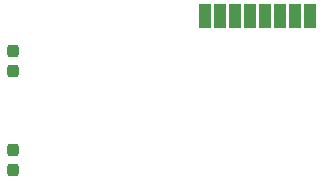
<source format=gbr>
%TF.GenerationSoftware,KiCad,Pcbnew,(6.0.7-1)-1*%
%TF.CreationDate,2023-01-15T20:24:13-08:00*%
%TF.ProjectId,NeoGeoDB15Wireless,4e656f47-656f-4444-9231-35576972656c,rev?*%
%TF.SameCoordinates,Original*%
%TF.FileFunction,Paste,Bot*%
%TF.FilePolarity,Positive*%
%FSLAX46Y46*%
G04 Gerber Fmt 4.6, Leading zero omitted, Abs format (unit mm)*
G04 Created by KiCad (PCBNEW (6.0.7-1)-1) date 2023-01-15 20:24:13*
%MOMM*%
%LPD*%
G01*
G04 APERTURE LIST*
G04 Aperture macros list*
%AMRoundRect*
0 Rectangle with rounded corners*
0 $1 Rounding radius*
0 $2 $3 $4 $5 $6 $7 $8 $9 X,Y pos of 4 corners*
0 Add a 4 corners polygon primitive as box body*
4,1,4,$2,$3,$4,$5,$6,$7,$8,$9,$2,$3,0*
0 Add four circle primitives for the rounded corners*
1,1,$1+$1,$2,$3*
1,1,$1+$1,$4,$5*
1,1,$1+$1,$6,$7*
1,1,$1+$1,$8,$9*
0 Add four rect primitives between the rounded corners*
20,1,$1+$1,$2,$3,$4,$5,0*
20,1,$1+$1,$4,$5,$6,$7,0*
20,1,$1+$1,$6,$7,$8,$9,0*
20,1,$1+$1,$8,$9,$2,$3,0*%
G04 Aperture macros list end*
%ADD10RoundRect,0.237500X-0.237500X0.300000X-0.237500X-0.300000X0.237500X-0.300000X0.237500X0.300000X0*%
%ADD11RoundRect,0.237500X0.237500X-0.300000X0.237500X0.300000X-0.237500X0.300000X-0.237500X-0.300000X0*%
%ADD12R,1.000000X2.000000*%
G04 APERTURE END LIST*
D10*
%TO.C,C2*%
X91900000Y-66737500D03*
X91900000Y-68462500D03*
%TD*%
D11*
%TO.C,C1*%
X91900000Y-76862500D03*
X91900000Y-75137500D03*
%TD*%
D12*
%TO.C,U2*%
X109370000Y-63800000D03*
X108100000Y-63800000D03*
X110640000Y-63800000D03*
X111910000Y-63800000D03*
X113180000Y-63800000D03*
X114450000Y-63800000D03*
X115720000Y-63800000D03*
X116990000Y-63800000D03*
%TD*%
M02*

</source>
